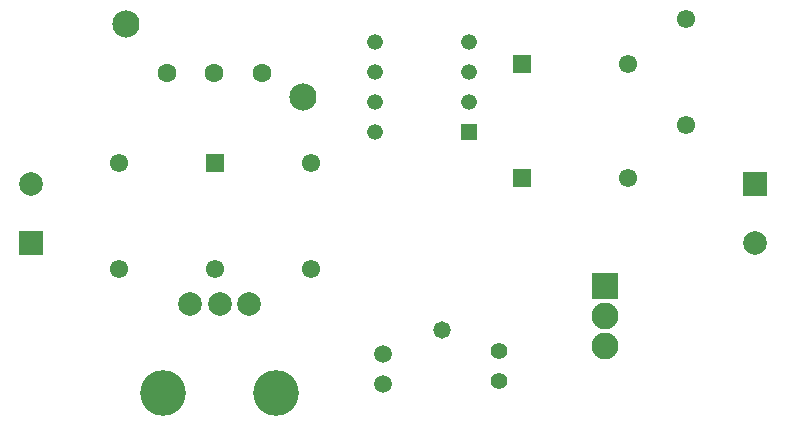
<source format=gts>
G04*
G04 #@! TF.GenerationSoftware,Altium Limited,Altium Designer,25.8.1 (18)*
G04*
G04 Layer_Color=8388736*
%FSLAX44Y44*%
%MOMM*%
G71*
G04*
G04 #@! TF.SameCoordinates,FD4C0DAB-9491-4D72-95A4-0CDAAEB39303*
G04*
G04*
G04 #@! TF.FilePolarity,Negative*
G04*
G01*
G75*
%ADD14C,2.0032*%
%ADD15R,2.0032X2.0032*%
%ADD16C,3.8632*%
%ADD17C,1.6032*%
%ADD18C,2.3032*%
%ADD19R,2.2732X2.2732*%
%ADD20C,2.2732*%
%ADD21C,1.5532*%
%ADD22R,1.5532X1.5532*%
%ADD23R,1.5532X1.5532*%
%ADD24R,1.3332X1.3332*%
%ADD25C,1.3332*%
%ADD26C,1.4202*%
%ADD27C,1.5192*%
%ADD28C,1.4732*%
D14*
X59690Y240030D02*
D03*
X194710Y138430D02*
D03*
X219710D02*
D03*
X244710D02*
D03*
X673100Y190030D02*
D03*
D15*
X59690D02*
D03*
X673100Y240030D02*
D03*
D16*
X172210Y63430D02*
D03*
X267210D02*
D03*
D17*
X175270Y334010D02*
D03*
X215270D02*
D03*
X255270D02*
D03*
D18*
X140270Y376010D02*
D03*
X290270Y314010D02*
D03*
D19*
X546100Y153670D02*
D03*
D20*
Y128270D02*
D03*
Y102870D02*
D03*
D21*
X614680Y290280D02*
D03*
Y380280D02*
D03*
X215900Y168360D02*
D03*
X565700Y341630D02*
D03*
Y245110D02*
D03*
X297180Y168360D02*
D03*
Y258360D02*
D03*
X134620D02*
D03*
Y168360D02*
D03*
D22*
X215900Y258360D02*
D03*
D23*
X475700Y341630D02*
D03*
Y245110D02*
D03*
D24*
X430860Y284480D02*
D03*
D25*
Y309880D02*
D03*
Y335280D02*
D03*
Y360680D02*
D03*
X351460D02*
D03*
Y335280D02*
D03*
Y309880D02*
D03*
Y284480D02*
D03*
D26*
X455930Y99060D02*
D03*
Y73660D02*
D03*
D27*
X358140Y96520D02*
D03*
Y71120D02*
D03*
D28*
X407670Y116840D02*
D03*
M02*

</source>
